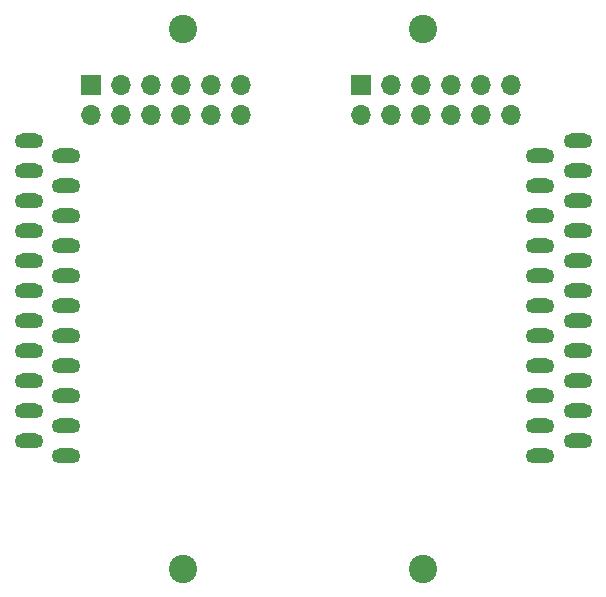
<source format=gbr>
%TF.GenerationSoftware,KiCad,Pcbnew,(5.99.0-10520-g1b9a8564af)*%
%TF.CreationDate,2021-07-21T11:30:59-07:00*%
%TF.ProjectId,cfc_emulator,6366635f-656d-4756-9c61-746f722e6b69,rev?*%
%TF.SameCoordinates,Original*%
%TF.FileFunction,Soldermask,Bot*%
%TF.FilePolarity,Negative*%
%FSLAX46Y46*%
G04 Gerber Fmt 4.6, Leading zero omitted, Abs format (unit mm)*
G04 Created by KiCad (PCBNEW (5.99.0-10520-g1b9a8564af)) date 2021-07-21 11:30:59*
%MOMM*%
%LPD*%
G01*
G04 APERTURE LIST*
%ADD10R,1.700000X1.700000*%
%ADD11O,1.700000X1.700000*%
%ADD12C,2.400000*%
%ADD13O,2.413000X1.270000*%
G04 APERTURE END LIST*
D10*
%TO.C,J3*%
X165201600Y-71443600D03*
D11*
X167741600Y-71443600D03*
X170281600Y-71443600D03*
X172821600Y-71443600D03*
X175361600Y-71443600D03*
X177901600Y-71443600D03*
X165201600Y-73983600D03*
X167741600Y-73983600D03*
X170281600Y-73983600D03*
X172821600Y-73983600D03*
X175361600Y-73983600D03*
X177901600Y-73983600D03*
%TD*%
D10*
%TO.C,J2*%
X142341600Y-71443600D03*
D11*
X144881600Y-71443600D03*
X147421600Y-71443600D03*
X149961600Y-71443600D03*
X152501600Y-71443600D03*
X155041600Y-71443600D03*
X142341600Y-73983600D03*
X144881600Y-73983600D03*
X147421600Y-73983600D03*
X149961600Y-73983600D03*
X152501600Y-73983600D03*
X155041600Y-73983600D03*
%TD*%
D12*
%TO.C,J1*%
X170459400Y-66649600D03*
X150139400Y-66649600D03*
X150139400Y-112369600D03*
X170459400Y-112369600D03*
D13*
X137058400Y-76174600D03*
X140233400Y-77444600D03*
X137058400Y-78714600D03*
X140233400Y-79984600D03*
X137058400Y-81254600D03*
X140233400Y-82524600D03*
X137058400Y-83794600D03*
X140233400Y-85064600D03*
X137058400Y-86334600D03*
X140233400Y-87604600D03*
X137058400Y-88874600D03*
X140233400Y-90144600D03*
X137058400Y-91414600D03*
X140233400Y-92684600D03*
X137058400Y-93954600D03*
X140233400Y-95224600D03*
X137058400Y-96494600D03*
X140233400Y-97764600D03*
X137058400Y-99034600D03*
X140233400Y-100304600D03*
X137058400Y-101574600D03*
X140233400Y-102844600D03*
X180365400Y-102844600D03*
X183540400Y-101574600D03*
X180365400Y-100304600D03*
X183540400Y-99034600D03*
X180365400Y-97764600D03*
X183540400Y-96494600D03*
X180365400Y-95224600D03*
X183540400Y-93954600D03*
X180365400Y-92684600D03*
X183540400Y-91414600D03*
X180365400Y-90144600D03*
X183540400Y-88874600D03*
X180365400Y-87604600D03*
X183540400Y-86334600D03*
X180365400Y-85064600D03*
X183540400Y-83794600D03*
X180365400Y-82524600D03*
X183540400Y-81254600D03*
X180365400Y-79984600D03*
X183540400Y-78714600D03*
X180365400Y-77444600D03*
X183540400Y-76174600D03*
%TD*%
M02*

</source>
